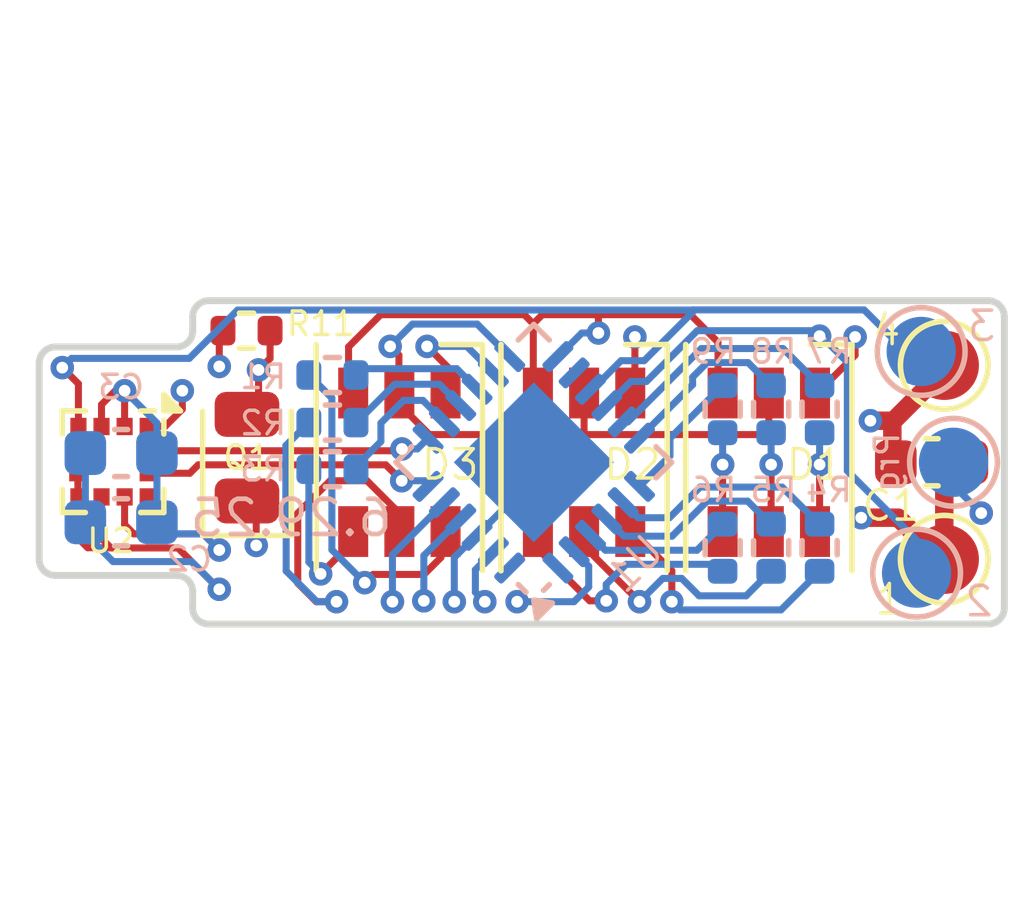
<source format=kicad_pcb>
(kicad_pcb (version 20221018) (generator pcbnew)
  (title_block (date "2024-01-30") (rev "B"))
  (layers (0 "F.Cu" signal "Top") (1 "In1.Cu" signal) (2 "In2.Cu" signal) (31 "B.Cu" signal "Bottom") (34 "B.Paste" user) (35 "F.Paste" user) (36 "B.SilkS" user "B.Silkscreen") (37 "F.SilkS" user "F.Silkscreen") (38 "B.Mask" user) (39 "F.Mask" user) (44 "Edge.Cuts" user))
  (net 0 "")
  (net 1 "GND")
  (net 2 "VDD")
  (net 3 "/LED1B")
  (net 4 "Net-(D1-BA)")
  (net 5 "/LED1R")
  (net 6 "/PWM_G")
  (net 7 "/LED2B")
  (net 8 "Net-(D1-GA)")
  (net 9 "/LED2R")
  (net 10 "/LED3B")
  (net 11 "Net-(D1-RA)")
  (net 12 "/LED3R")
  (net 13 "/SCL")
  (net 14 "/SDA")
  (net 15 "/UPDI")
  (net 16 "/Int2")
  (net 17 "/Int1")
  (net 18 "/LSens")
  (net 19 "/LS_Pwr")
  (net 20 "/LED1G")
  (net 21 "/LED2G")
  (net 22 "/LED3G")
  (net 23 "/PWM_B")
  (net 24 "/PWM_R")
  (net 25 "/TxD")
  (net 26 "Net-(D2-BA)")
  (net 27 "/RxD")
  (net 28 "Net-(D2-GA)")
  (net 29 "Net-(D2-RA)")
  (net 30 "Net-(D3-BA)")
  (net 31 "Net-(D3-GA)")
  (net 32 "Net-(D3-RA)")
  (footprint "Capacitor_SMD:C_0603_1608Metric" (layer "F.Cu") (at 114.125 103.5)
    (fp_text reference "C1" (at -0.88 0.94) (layer "F.SilkS") (effects (font (size 0.635 0.635) (thickness 0.0762))))
    (fp_text value "100n")
    (fp_line (start -0.14058 -0.51) (end 0.14058 -0.51) (stroke (width 0.12)) (layer "F.SilkS"))
    (fp_line (start -0.14058 0.51) (end 0.14058 0.51) (stroke (width 0.12)) (layer "F.SilkS"))
    (pad "1" smd roundrect (at -0.775 0) (size 0.9 0.95) (layers "F.Cu" "F.Paste" "F.Mask") (net 2 "VDD"))
    (pad "2" smd roundrect (at 0.775 0) (size 0.9 0.95) (layers "F.Cu" "F.Paste" "F.Mask") (net 1 "GND"))
  )
  (footprint "ADP_CustomFootprints:LED_RGB_PLCC-6" (layer "F.Cu") (at 110.6 103.5 -90)
    (fp_text reference "D1" (at 0.05 -1 180) (layer "F.SilkS") (effects (font (size 0.635 0.635) (thickness 0.0762))))
    (fp_text value "LED_RGB_reversed")
    (fp_line (start -2.55 -1.8) (end -2.55 -0.9) (stroke (width 0.12)) (layer "F.SilkS"))
    (fp_line (start -2.55 1.8) (end 2.35 1.8) (stroke (width 0.12)) (layer "F.SilkS"))
    (fp_line (start 2.35 -1.8) (end -2.55 -1.8) (stroke (width 0.12)) (layer "F.SilkS"))
    (pad "1" smd rect (at -1.5 -1) (size 0.65 1.1) (layers "F.Cu" "F.Paste" "F.Mask") (net 23 "/PWM_B"))
    (pad "2" smd rect (at -1.5 0) (size 0.65 1.1) (layers "F.Cu" "F.Paste" "F.Mask") (net 6 "/PWM_G"))
    (pad "3" smd rect (at -1.5 1) (size 0.65 1.1) (layers "F.Cu" "F.Paste" "F.Mask") (net 24 "/PWM_R"))
    (pad "4" smd rect (at 1.5 1) (size 0.65 1.1) (layers "F.Cu" "F.Paste" "F.Mask") (net 4 "Net-(D1-BA)"))
    (pad "5" smd rect (at 1.5 0) (size 0.65 1.1) (layers "F.Cu" "F.Paste" "F.Mask") (net 8 "Net-(D1-GA)"))
    (pad "6" smd rect (at 1.5 -1) (size 0.65 1.1) (layers "F.Cu" "F.Paste" "F.Mask") (net 11 "Net-(D1-RA)"))
  )
  (footprint "TestPoint:TestPoint_Pad_D1.5mm" (layer "F.Cu") (at 114.4 101.4)
    (fp_text reference "J1" hide)
    (fp_text value "4" (at -1.25 -0.76) (layer "F.SilkS") (effects (font (size 0.635 0.635) (thickness 0.0762))))
    (fp_circle (center 0 0) (end 0 0.95) (stroke (width 0.12)) (fill none) (layer "F.SilkS"))
    (pad "1" smd circle (at 0 0) (size 1.5 1.5) (layers "F.Cu" "F.Mask") (net 2 "VDD"))
  )
  (footprint "TestPoint:TestPoint_Pad_D1.5mm" (layer "F.Cu") (at 114.4 105.6)
    (fp_text reference "J3" hide)
    (fp_text value "1" (at -1.19 0.87) (layer "F.SilkS") (effects (font (size 0.635 0.635) (thickness 0.0762))))
    (fp_circle (center 0 0) (end 0 0.95) (stroke (width 0.12)) (fill none) (layer "F.SilkS"))
    (pad "1" smd circle (at 0 0) (size 1.5 1.5) (layers "F.Cu" "F.Mask") (net 1 "GND"))
  )
  (footprint "Resistor_SMD:R_0402_1005Metric" (layer "F.Cu") (at 99.29 100.65 180)
    (fp_text reference "R11" (at -1.61 0.15 180) (layer "F.SilkS") (effects (font (size 0.508 0.508) (thickness 0.0762))))
    (fp_text value "10K")
    (fp_line (start -0.153641 -0.38) (end 0.153641 -0.38) (stroke (width 0.12)) (layer "F.SilkS"))
    (fp_line (start -0.153641 0.38) (end 0.153641 0.38) (stroke (width 0.12)) (layer "F.SilkS"))
    (pad "1" smd roundrect (at -0.51 0 180) (size 0.54 0.64) (layers "F.Cu" "F.Paste" "F.Mask") (net 18 "/LSens"))
    (pad "2" smd roundrect (at 0.51 0 180) (size 0.54 0.64) (layers "F.Cu" "F.Paste" "F.Mask") (net 1 "GND"))
  )
  (footprint "ADP_CustomFootprints:LED_RGB_PLCC-6" (layer "F.Cu") (at 102.6 103.5 -90)
    (fp_text reference "D3" (at 0.05 -1.1 -180) (layer "F.SilkS") (effects (font (size 0.635 0.635) (thickness 0.0762))))
    (fp_text value "LED_RGB_reversed")
    (fp_line (start -2.55 -1.8) (end -2.55 -0.9) (stroke (width 0.12)) (layer "F.SilkS"))
    (fp_line (start -2.55 1.8) (end 2.35 1.8) (stroke (width 0.12)) (layer "F.SilkS"))
    (fp_line (start 2.35 -1.8) (end -2.55 -1.8) (stroke (width 0.12)) (layer "F.SilkS"))
    (pad "1" smd rect (at -1.5 -1) (size 0.65 1.1) (layers "F.Cu" "F.Paste" "F.Mask") (net 23 "/PWM_B"))
    (pad "2" smd rect (at -1.5 0) (size 0.65 1.1) (layers "F.Cu" "F.Paste" "F.Mask") (net 6 "/PWM_G"))
    (pad "3" smd rect (at -1.5 1) (size 0.65 1.1) (layers "F.Cu" "F.Paste" "F.Mask") (net 24 "/PWM_R"))
    (pad "4" smd rect (at 1.5 1) (size 0.65 1.1) (layers "F.Cu" "F.Paste" "F.Mask") (net 30 "Net-(D3-BA)"))
    (pad "5" smd rect (at 1.5 0) (size 0.65 1.1) (layers "F.Cu" "F.Paste" "F.Mask") (net 31 "Net-(D3-GA)"))
    (pad "6" smd rect (at 1.5 -1) (size 0.65 1.1) (layers "F.Cu" "F.Paste" "F.Mask") (net 32 "Net-(D3-RA)"))
  )
  (footprint "ADP_CustomFootprints:LED_RGB_PLCC-6" (layer "F.Cu") (at 106.6 103.5 -90)
    (fp_text reference "D2" (at 0.05 -1.05 180) (layer "F.SilkS") (effects (font (size 0.635 0.635) (thickness 0.0762))))
    (fp_text value "LED_RGB_reversed")
    (fp_line (start -2.55 -1.8) (end -2.55 -0.9) (stroke (width 0.12)) (layer "F.SilkS"))
    (fp_line (start -2.55 1.8) (end 2.35 1.8) (stroke (width 0.12)) (layer "F.SilkS"))
    (fp_line (start 2.35 -1.8) (end -2.55 -1.8) (stroke (width 0.12)) (layer "F.SilkS"))
    (pad "1" smd rect (at -1.5 -1) (size 0.65 1.1) (layers "F.Cu" "F.Paste" "F.Mask") (net 23 "/PWM_B"))
    (pad "2" smd rect (at -1.5 0) (size 0.65 1.1) (layers "F.Cu" "F.Paste" "F.Mask") (net 6 "/PWM_G"))
    (pad "3" smd rect (at -1.5 1) (size 0.65 1.1) (layers "F.Cu" "F.Paste" "F.Mask") (net 24 "/PWM_R"))
    (pad "4" smd rect (at 1.5 1) (size 0.65 1.1) (layers "F.Cu" "F.Paste" "F.Mask") (net 26 "Net-(D2-BA)"))
    (pad "5" smd rect (at 1.5 0) (size 0.65 1.1) (layers "F.Cu" "F.Paste" "F.Mask") (net 28 "Net-(D2-GA)"))
    (pad "6" smd rect (at 1.5 -1) (size 0.65 1.1) (layers "F.Cu" "F.Paste" "F.Mask") (net 29 "Net-(D2-RA)"))
  )
  (footprint "Diode_SMD:D_0805_2012Metric" (layer "F.Cu") (at 99.3 103.4 90)
    (fp_text reference "Q1" (at 0 0 180) (layer "F.SilkS") (effects (font (size 0.508 0.508) (thickness 0.0762))))
    (fp_text value "SFH3716-Optoelectronics")
    (fp_line (start -1.685 -0.96) (end -1.685 0.96) (stroke (width 0.12)) (layer "F.SilkS"))
    (fp_line (start -1.685 0.96) (end 1 0.96) (stroke (width 0.12)) (layer "F.SilkS"))
    (fp_line (start 1 -0.96) (end -1.685 -0.96) (stroke (width 0.12)) (layer "F.SilkS"))
    (pad "1" smd roundrect (at -0.9375 0 90) (size 0.975 1.4) (layers "F.Cu" "F.Paste" "F.Mask") (net 19 "/LS_Pwr"))
    (pad "2" smd roundrect (at 0.9375 0 90) (size 0.975 1.4) (layers "F.Cu" "F.Paste" "F.Mask") (net 18 "/LSens"))
  )
  (footprint "Package_LGA:LGA-12_2x2mm_P0.5mm" (layer "F.Cu") (at 96.4 103.4875 -90)
    (fp_text reference "U2" (at 1.7125 0.05) (layer "F.SilkS") (effects (font (size 0.508 0.508) (thickness 0.0762))))
    (fp_text value "LIS2HH12")
    (fp_line (start -1.1 -1.1) (end -1.1 -1.1) (stroke (width 0.12)) (layer "F.SilkS"))
    (fp_line (start -1.1 -0.6) (end -1.1 -0.9) (stroke (width 0.12)) (layer "F.SilkS"))
    (fp_line (start -1.1 0.6) (end -1.1 0.6) (stroke (width 0.12)) (layer "F.SilkS"))
    (fp_line (start -1.1 1.1) (end -1.1 0.6) (stroke (width 0.12)) (layer "F.SilkS"))
    (fp_line (start -0.6 -1.1) (end -0.9 -1.1) (stroke (width 0.12)) (layer "F.SilkS"))
    (fp_line (start -0.6 1.1) (end -1.1 1.1) (stroke (width 0.12)) (layer "F.SilkS"))
    (fp_line (start 0.6 -1.1) (end 1.1 -1.1) (stroke (width 0.12)) (layer "F.SilkS"))
    (fp_line (start 0.6 1.1) (end 0.6 1.1) (stroke (width 0.12)) (layer "F.SilkS"))
    (fp_line (start 1.1 -1.1) (end 1.1 -0.6) (stroke (width 0.12)) (layer "F.SilkS"))
    (fp_line (start 1.1 -0.6) (end 1.1 -0.6) (stroke (width 0.12)) (layer "F.SilkS"))
    (fp_line (start 1.1 0.6) (end 1.1 1.1) (stroke (width 0.12)) (layer "F.SilkS"))
    (fp_line (start 1.1 1.1) (end 0.6 1.1) (stroke (width 0.12)) (layer "F.SilkS"))
    (fp_poly (pts (xy -1.1 -1.1) (xy -1.46 -1.1) (xy -1.1 -1.46) (xy -1.1 -1.1)) (stroke (width 0.12)) (fill solid) (layer "F.SilkS"))
    (pad "1" smd rect (at -0.7625 -0.75 270) (size 0.375 0.35) (layers "F.Cu" "F.Paste" "F.Mask") (net 13 "/SCL"))
    (pad "2" smd rect (at -0.7625 -0.25 270) (size 0.375 0.35) (layers "F.Cu" "F.Paste" "F.Mask") (net 2 "VDD"))
    (pad "3" smd rect (at -0.7625 0.25 270) (size 0.375 0.35) (layers "F.Cu" "F.Paste" "F.Mask") (net 2 "VDD"))
    (pad "4" smd rect (at -0.7625 0.75 270) (size 0.375 0.35) (layers "F.Cu" "F.Paste" "F.Mask") (net 14 "/SDA"))
    (pad "5" smd rect (at -0.25 0.7625) (size 0.375 0.35) (layers "F.Cu" "F.Paste" "F.Mask"))
    (pad "6" smd rect (at 0.25 0.7625) (size 0.375 0.35) (layers "F.Cu" "F.Paste" "F.Mask") (net 1 "GND"))
    (pad "7" smd rect (at 0.7625 0.75 270) (size 0.375 0.35) (layers "F.Cu" "F.Paste" "F.Mask") (net 1 "GND"))
    (pad "8" smd rect (at 0.7625 0.25 270) (size 0.375 0.35) (layers "F.Cu" "F.Paste" "F.Mask") (net 1 "GND"))
    (pad "9" smd rect (at 0.7625 -0.25 270) (size 0.375 0.35) (layers "F.Cu" "F.Paste" "F.Mask") (net 2 "VDD"))
    (pad "10" smd rect (at 0.7625 -0.75 270) (size 0.375 0.35) (layers "F.Cu" "F.Paste" "F.Mask") (net 2 "VDD"))
    (pad "11" smd rect (at 0.25 -0.7625) (size 0.375 0.35) (layers "F.Cu" "F.Paste" "F.Mask") (net 16 "/Int2"))
    (pad "12" smd rect (at -0.25 -0.7625) (size 0.375 0.35) (layers "F.Cu" "F.Paste" "F.Mask") (net 17 "/Int1"))
  )
  (footprint "TestPoint:TestPoint_Pad_D1.5mm" (layer "B.Cu") (at 113.8 105.9)
    (fp_text reference "J2" hide)
    (fp_text value "2" (at 1.35 0.61) (layer "B.SilkS") (effects (font (size 0.635 0.635) (thickness 0.0762)) (justify mirror)))
    (fp_circle (center 0 0) (end 0 -0.95) (stroke (width 0.12)) (fill none) (layer "B.SilkS"))
    (pad "1" smd circle (at 0 0) (size 1.5 1.5) (layers "B.Cu" "B.Mask") (net 13 "/SCL"))
  )
  (footprint "TestPoint:TestPoint_Pad_D1.5mm" (layer "B.Cu") (at 113.9 101.1)
    (fp_text reference "J4" hide)
    (fp_text value "3" (at 1.31 -0.55) (layer "B.SilkS") (effects (font (size 0.635 0.635) (thickness 0.0762)) (justify mirror)))
    (fp_circle (center 0 0) (end 0 -0.95) (stroke (width 0.12)) (fill none) (layer "B.SilkS"))
    (pad "1" smd circle (at 0 0) (size 1.5 1.5) (layers "B.Cu" "B.Mask") (net 14 "/SDA"))
  )
  (footprint "Resistor_SMD:R_0402_1005Metric" (layer "B.Cu") (at 110.65 102.35 -90)
    (fp_text reference "R8" (at -1.25 -0.05 180) (layer "B.SilkS") (effects (font (size 0.508 0.508) (thickness 0.0762)) (justify mirror)))
    (fp_text value "680")
    (fp_line (start -0.153641 -0.38) (end 0.153641 -0.38) (stroke (width 0.12)) (layer "B.SilkS"))
    (fp_line (start -0.153641 0.38) (end 0.153641 0.38) (stroke (width 0.12)) (layer "B.SilkS"))
    (pad "1" smd roundrect (at -0.51 0 270) (size 0.54 0.64) (layers "B.Cu" "B.Paste" "B.Mask") (net 20 "/LED1G"))
    (pad "2" smd roundrect (at 0.51 0 270) (size 0.54 0.64) (layers "B.Cu" "B.Paste" "B.Mask") (net 8 "Net-(D1-GA)"))
  )
  (footprint "Resistor_SMD:R_0402_1005Metric" (layer "B.Cu") (at 111.7 102.35 -90)
    (fp_text reference "R7" (at -1.25 -0.2 180) (layer "B.SilkS") (effects (font (size 0.508 0.508) (thickness 0.0762)) (justify mirror)))
    (fp_text value "100")
    (fp_line (start -0.153641 -0.38) (end 0.153641 -0.38) (stroke (width 0.12)) (layer "B.SilkS"))
    (fp_line (start -0.153641 0.38) (end 0.153641 0.38) (stroke (width 0.12)) (layer "B.SilkS"))
    (pad "1" smd roundrect (at -0.51 0 270) (size 0.54 0.64) (layers "B.Cu" "B.Paste" "B.Mask") (net 3 "/LED1B"))
    (pad "2" smd roundrect (at 0.51 0 270) (size 0.54 0.64) (layers "B.Cu" "B.Paste" "B.Mask") (net 11 "Net-(D1-RA)"))
  )
  (footprint "Resistor_SMD:R_0402_1005Metric" (layer "B.Cu") (at 109.6 102.35 -90)
    (fp_text reference "R9" (at -1.25 0.2 180) (layer "B.SilkS") (effects (font (size 0.508 0.508) (thickness 0.0762)) (justify mirror)))
    (fp_text value "330")
    (fp_line (start -0.153641 -0.38) (end 0.153641 -0.38) (stroke (width 0.12)) (layer "B.SilkS"))
    (fp_line (start -0.153641 0.38) (end 0.153641 0.38) (stroke (width 0.12)) (layer "B.SilkS"))
    (pad "1" smd roundrect (at -0.51 0 270) (size 0.54 0.64) (layers "B.Cu" "B.Paste" "B.Mask") (net 5 "/LED1R"))
    (pad "2" smd roundrect (at 0.51 0 270) (size 0.54 0.64) (layers "B.Cu" "B.Paste" "B.Mask") (net 4 "Net-(D1-BA)"))
  )
  (footprint "Package_DFN_QFN:VQFN-24-1EP_4x4mm_P0.5mm_EP2.45x2.45mm" (layer "B.Cu") (at 105.510742 103.5 45)
    (fp_text reference "U1" (at -0.007596 3.103674 45) (layer "B.SilkS") (effects (font (size 0.635 0.635) (thickness 0.0762)) (justify mirror)))
    (fp_text value "ATTiny3227-M")
    (fp_line (start -2.11 -2.11) (end -2.11 -1.635) (stroke (width 0.12)) (layer "B.SilkS"))
    (fp_line (start -2.11 1.635) (end -2.11 1.87) (stroke (width 0.12)) (layer "B.SilkS"))
    (fp_line (start -1.635 -2.11) (end -2.11 -2.11) (stroke (width 0.12)) (layer "B.SilkS"))
    (fp_line (start -1.635 2.11) (end -1.81 2.11) (stroke (width 0.12)) (layer "B.SilkS"))
    (fp_line (start 1.635 -2.11) (end 2.11 -2.11) (stroke (width 0.12)) (layer "B.SilkS"))
    (fp_line (start 1.635 2.11) (end 2.11 2.11) (stroke (width 0.12)) (layer "B.SilkS"))
    (fp_line (start 2.11 -2.11) (end 2.11 -1.635) (stroke (width 0.12)) (layer "B.SilkS"))
    (fp_line (start 2.11 2.11) (end 2.11 1.635) (stroke (width 0.12)) (layer "B.SilkS"))
    (fp_poly (pts (xy -2.11 2.11) (xy -2.35 2.44) (xy -1.87 2.44) (xy -2.11 2.11)) (stroke (width 0.12)) (fill solid) (layer "B.SilkS"))
    (pad "1" smd roundrect (at -1.9875 1.25 45) (size 0.775 0.25) (layers "B.Cu" "B.Paste" "B.Mask") (net 27 "/RxD"))
    (pad "2" smd roundrect (at -1.9875 0.75 45) (size 0.775 0.25) (layers "B.Cu" "B.Paste" "B.Mask") (net 18 "/LSens"))
    (pad "3" smd roundrect (at -1.9875 0.25 45) (size 0.775 0.25) (layers "B.Cu" "B.Paste" "B.Mask") (net 1 "GND"))
    (pad "4" smd roundrect (at -1.9875 -0.25 45) (size 0.775 0.25) (layers "B.Cu" "B.Paste" "B.Mask") (net 2 "VDD"))
    (pad "5" smd roundrect (at -1.9875 -0.75 45) (size 0.775 0.25) (layers "B.Cu" "B.Paste" "B.Mask") (net 19 "/LS_Pwr"))
    (pad "6" smd roundrect (at -1.9875 -1.25 45) (size 0.775 0.25) (layers "B.Cu" "B.Paste" "B.Mask") (net 16 "/Int2"))
    (pad "7" smd roundrect (at -1.25 -1.9875 45) (size 0.25 0.775) (layers "B.Cu" "B.Paste" "B.Mask") (net 17 "/Int1"))
    (pad "8" smd roundrect (at -0.75 -1.9875 45) (size 0.25 0.775) (layers "B.Cu" "B.Paste" "B.Mask") (net 12 "/LED3R"))
    (pad "9" smd roundrect (at -0.25 -1.9875 45) (size 0.25 0.775) (layers "B.Cu" "B.Paste" "B.Mask") (net 22 "/LED3G"))
    (pad "10" smd roundrect (at 0.25 -1.9875 45) (size 0.25 0.775) (layers "B.Cu" "B.Paste" "B.Mask") (net 10 "/LED3B"))
    (pad "11" smd roundrect (at 0.75 -1.9875 45) (size 0.25 0.775) (layers "B.Cu" "B.Paste" "B.Mask") (net 23 "/PWM_B"))
    (pad "12" smd roundrect (at 1.25 -1.9875 45) (size 0.25 0.775) (layers "B.Cu" "B.Paste" "B.Mask") (net 6 "/PWM_G"))
    (pad "13" smd roundrect (at 1.9875 -1.25 45) (size 0.775 0.25) (layers "B.Cu" "B.Paste" "B.Mask") (net 24 "/PWM_R"))
    (pad "14" smd roundrect (at 1.9875 -0.75 45) (size 0.775 0.25) (layers "B.Cu" "B.Paste" "B.Mask"))
    (pad "15" smd roundrect (at 1.9875 -0.25 45) (size 0.775 0.25) (layers "B.Cu" "B.Paste" "B.Mask") (net 14 "/SDA"))
    (pad "16" smd roundrect (at 1.9875 0.25 45) (size 0.775 0.25) (layers "B.Cu" "B.Paste" "B.Mask") (net 13 "/SCL"))
    (pad "17" smd roundrect (at 1.9875 0.75 45) (size 0.775 0.25) (layers "B.Cu" "B.Paste" "B.Mask") (net 3 "/LED1B"))
    (pad "18" smd roundrect (at 1.9875 1.25 45) (size 0.775 0.25) (layers "B.Cu" "B.Paste" "B.Mask") (net 20 "/LED1G"))
    (pad "19" smd roundrect (at 1.25 1.9875 45) (size 0.25 0.775) (layers "B.Cu" "B.Paste" "B.Mask") (net 5 "/LED1R"))
    (pad "20" smd roundrect (at 0.75 1.9875 45) (size 0.25 0.775) (layers "B.Cu" "B.Paste" "B.Mask") (net 7 "/LED2B"))
    (pad "21" smd roundrect (at 0.25 1.9875 45) (size 0.25 0.775) (layers "B.Cu" "B.Paste" "B.Mask") (net 21 "/LED2G"))
    (pad "22" smd roundrect (at -0.25 1.9875 45) (size 0.25 0.775) (layers "B.Cu" "B.Paste" "B.Mask") (net 9 "/LED2R"))
    (pad "23" smd roundrect (at -0.75 1.9875 45) (size 0.25 0.775) (layers "B.Cu" "B.Paste" "B.Mask") (net 15 "/UPDI"))
    (pad "24" smd roundrect (at -1.25 1.9875 45) (size 0.25 0.775) (layers "B.Cu" "B.Paste" "B.Mask") (net 25 "/TxD"))
    (pad "25" smd rect (at 0 0 45) (size 2.45 2.45) (property pad_prop_heatsink) (layers "B.Cu" "B.Mask") (net 1 "GND"))
  )
  (footprint "Resistor_SMD:R_0402_1005Metric" (layer "B.Cu") (at 101.15 101.61 180)
    (fp_text reference "R1" (at 1.5 -0.04) (layer "B.SilkS") (effects (font (size 0.508 0.508) (thickness 0.0762)) (justify mirror)))
    (fp_text value "100")
    (fp_line (start -0.153641 -0.38) (end 0.153641 -0.38) (stroke (width 0.12)) (layer "B.SilkS"))
    (fp_line (start -0.153641 0.38) (end 0.153641 0.38) (stroke (width 0.12)) (layer "B.SilkS"))
    (pad "1" smd roundrect (at -0.51 0 180) (size 0.54 0.64) (layers "B.Cu" "B.Paste" "B.Mask") (net 10 "/LED3B"))
    (pad "2" smd roundrect (at 0.51 0 180) (size 0.54 0.64) (layers "B.Cu" "B.Paste" "B.Mask") (net 32 "Net-(D3-RA)"))
  )
  (footprint "Resistor_SMD:R_0402_1005Metric" (layer "B.Cu") (at 101.15 102.64 180)
    (fp_text reference "R2" (at 1.5 -0.01) (layer "B.SilkS") (effects (font (size 0.508 0.508) (thickness 0.0762)) (justify mirror)))
    (fp_text value "680")
    (fp_line (start -0.153641 -0.38) (end 0.153641 -0.38) (stroke (width 0.12)) (layer "B.SilkS"))
    (fp_line (start -0.153641 0.38) (end 0.153641 0.38) (stroke (width 0.12)) (layer "B.SilkS"))
    (pad "1" smd roundrect (at -0.51 0 180) (size 0.54 0.64) (layers "B.Cu" "B.Paste" "B.Mask") (net 22 "/LED3G"))
    (pad "2" smd roundrect (at 0.51 0 180) (size 0.54 0.64) (layers "B.Cu" "B.Paste" "B.Mask") (net 31 "Net-(D3-GA)"))
  )
  (footprint "Resistor_SMD:R_0402_1005Metric" (layer "B.Cu") (at 101.15 103.65 180)
    (fp_text reference "R3" (at 1.5 0) (layer "B.SilkS") (effects (font (size 0.508 0.508) (thickness 0.0762)) (justify mirror)))
    (fp_text value "330")
    (fp_line (start -0.153641 -0.38) (end 0.153641 -0.38) (stroke (width 0.12)) (layer "B.SilkS"))
    (fp_line (start -0.153641 0.38) (end 0.153641 0.38) (stroke (width 0.12)) (layer "B.SilkS"))
    (pad "1" smd roundrect (at -0.51 0 180) (size 0.54 0.64) (layers "B.Cu" "B.Paste" "B.Mask") (net 12 "/LED3R"))
    (pad "2" smd roundrect (at 0.51 0 180) (size 0.54 0.64) (layers "B.Cu" "B.Paste" "B.Mask") (net 30 "Net-(D3-BA)"))
  )
  (footprint "Resistor_SMD:R_0402_1005Metric" (layer "B.Cu") (at 111.7 105.35 -90)
    (fp_text reference "R4" (at -1.25 -0.2 180) (layer "B.SilkS") (effects (font (size 0.508 0.508) (thickness 0.0762)) (justify mirror)))
    (fp_text value "100")
    (fp_line (start -0.153641 -0.38) (end 0.153641 -0.38) (stroke (width 0.12)) (layer "B.SilkS"))
    (fp_line (start -0.153641 0.38) (end 0.153641 0.38) (stroke (width 0.12)) (layer "B.SilkS"))
    (pad "1" smd roundrect (at -0.51 0 270) (size 0.54 0.64) (layers "B.Cu" "B.Paste" "B.Mask") (net 7 "/LED2B"))
    (pad "2" smd roundrect (at 0.51 0 270) (size 0.54 0.64) (layers "B.Cu" "B.Paste" "B.Mask") (net 29 "Net-(D2-RA)"))
  )
  (footprint "Resistor_SMD:R_0402_1005Metric" (layer "B.Cu") (at 110.65 105.35 -90)
    (fp_text reference "R5" (at -1.25 -0.05 180) (layer "B.SilkS") (effects (font (size 0.508 0.508) (thickness 0.0762)) (justify mirror)))
    (fp_text value "680")
    (fp_line (start -0.153641 -0.38) (end 0.153641 -0.38) (stroke (width 0.12)) (layer "B.SilkS"))
    (fp_line (start -0.153641 0.38) (end 0.153641 0.38) (stroke (width 0.12)) (layer "B.SilkS"))
    (pad "1" smd roundrect (at -0.51 0 270) (size 0.54 0.64) (layers "B.Cu" "B.Paste" "B.Mask") (net 21 "/LED2G"))
    (pad "2" smd roundrect (at 0.51 0 270) (size 0.54 0.64) (layers "B.Cu" "B.Paste" "B.Mask") (net 28 "Net-(D2-GA)"))
  )
  (footprint "Resistor_SMD:R_0402_1005Metric" (layer "B.Cu") (at 109.6 105.35 -90)
    (fp_text reference "R6" (at -1.25 0.2 180) (layer "B.SilkS") (effects (font (size 0.508 0.508) (thickness 0.0762)) (justify mirror)))
    (fp_text value "330")
    (fp_line (start -0.153641 -0.38) (end 0.153641 -0.38) (stroke (width 0.12)) (layer "B.SilkS"))
    (fp_line (start -0.153641 0.38) (end 0.153641 0.38) (stroke (width 0.12)) (layer "B.SilkS"))
    (pad "1" smd roundrect (at -0.51 0 270) (size 0.54 0.64) (layers "B.Cu" "B.Paste" "B.Mask") (net 9 "/LED2R"))
    (pad "2" smd roundrect (at 0.51 0 270) (size 0.54 0.64) (layers "B.Cu" "B.Paste" "B.Mask") (net 26 "Net-(D2-BA)"))
  )
  (footprint "TestPoint:TestPoint_Pad_D1.5mm" (layer "B.Cu") (at 114.6 103.5)
    (fp_text reference "J6" hide)
    (fp_text value "Prg" (at -1.44 0 90) (layer "B.SilkS") (effects (font (size 0.508 0.508) (thickness 0.0762)) (justify mirror)))
    (fp_circle (center 0 0) (end 0 -0.95) (stroke (width 0.12)) (fill none) (layer "B.SilkS"))
    (pad "1" smd circle (at 0 0) (size 1.5 1.5) (layers "B.Cu" "B.Mask") (net 15 "/UPDI"))
  )
  (footprint "Capacitor_SMD:C_0603_1608Metric" (layer "B.Cu") (at 96.575 103.3 180)
    (fp_text reference "C3" (at 0 1.43) (layer "B.SilkS") (effects (font (size 0.508 0.508) (thickness 0.0762)) (justify mirror)))
    (fp_text value "4.7u")
    (fp_line (start -0.14058 -0.51) (end 0.14058 -0.51) (stroke (width 0.12)) (layer "B.SilkS"))
    (fp_line (start -0.14058 0.51) (end 0.14058 0.51) (stroke (width 0.12)) (layer "B.SilkS"))
    (pad "1" smd roundrect (at -0.775 0 180) (size 0.9 0.95) (layers "B.Cu" "B.Paste" "B.Mask") (net 2 "VDD"))
    (pad "2" smd roundrect (at 0.775 0 180) (size 0.9 0.95) (layers "B.Cu" "B.Paste" "B.Mask") (net 1 "GND"))
  )
  (footprint "Capacitor_SMD:C_0603_1608Metric" (layer "B.Cu") (at 96.575 104.8 180)
    (fp_text reference "C2" (at -1.475 -0.8) (layer "B.SilkS") (effects (font (size 0.508 0.508) (thickness 0.0762)) (justify mirror)))
    (fp_text value "100n")
    (fp_line (start -0.14058 -0.51) (end 0.14058 -0.51) (stroke (width 0.12)) (layer "B.SilkS"))
    (fp_line (start -0.14058 0.51) (end 0.14058 0.51) (stroke (width 0.12)) (layer "B.SilkS"))
    (pad "1" smd roundrect (at -0.775 0 180) (size 0.9 0.95) (layers "B.Cu" "B.Paste" "B.Mask") (net 2 "VDD"))
    (pad "2" smd roundrect (at 0.775 0 180) (size 0.9 0.95) (layers "B.Cu" "B.Paste" "B.Mask") (net 1 "GND"))
  )
  (gr_line (start 115.7 106.652513) (end 115.7 100.35) (stroke (width 0.15)) (layer "Edge.Cuts"))
  (gr_line (start 115.35 100) (end 98.475 100) (stroke (width 0.15)) (layer "Edge.Cuts"))
  (gr_line (start 98.472487 107.002513) (end 115.35 107.002513) (stroke (width 0.15)) (layer "Edge.Cuts"))
  (gr_line (start 98.125 100.35) (end 98.125 100.652513) (stroke (width 0.15)) (layer "Edge.Cuts"))
  (gr_line (start 95.15 105.95) (end 97.775 105.95) (stroke (width 0.15)) (layer "Edge.Cuts"))
  (gr_line (start 94.8 101.352513) (end 94.8 105.6) (stroke (width 0.15)) (layer "Edge.Cuts"))
  (gr_arc (start 98.125 100.35) (mid 98.227513 100.102513) (end 98.475 100) (stroke (width 0.15)) (layer "Edge.Cuts"))
  (gr_arc (start 95.15 105.95) (mid 94.902513 105.847487) (end 94.8 105.6) (stroke (width 0.15)) (layer "Edge.Cuts"))
  (gr_arc (start 115.35 100) (mid 115.597487 100.102513) (end 115.7 100.35) (stroke (width 0.15)) (layer "Edge.Cuts"))
  (gr_arc (start 98.125 100.652513) (mid 98.022487 100.9) (end 97.775 101.002513) (stroke (width 0.15)) (layer "Edge.Cuts"))
  (gr_line (start 98.122487 106.652513) (end 98.125 106.3) (stroke (width 0.15)) (layer "Edge.Cuts"))
  (gr_arc (start 94.8 101.352513) (mid 94.902513 101.105026) (end 95.15 101.002513) (stroke (width 0.15)) (layer "Edge.Cuts"))
  (gr_line (start 97.775 101.002513) (end 95.15 101.002513) (stroke (width 0.15)) (layer "Edge.Cuts"))
  (gr_arc (start 115.7 106.652513) (mid 115.597487 106.9) (end 115.35 107.002513) (stroke (width 0.15)) (layer "Edge.Cuts"))
  (gr_arc (start 97.775 105.95) (mid 98.022487 106.052513) (end 98.125 106.3) (stroke (width 0.15)) (layer "Edge.Cuts"))
  (gr_arc (start 98.472487 107.002513) (mid 98.225 106.9) (end 98.122487 106.652513) (stroke (width 0.15)) (layer "Edge.Cuts"))
  (gr_text "6.29.25" (at 102.5 105.15) (layer "B.SilkS") (effects (font (size 0.762 0.762) (thickness 0.1016)) (justify left bottom mirror)))
  (segment (start 96.3548 105.3548) (end 96.15 105.15) (width 0.1524) (layer "F.Cu") (net 1))
  (segment (start 113.4 104.7) (end 112.600002 104.7) (width 0.4) (layer "F.Cu") (net 1))
  (segment (start 114.4 105.6) (end 114.4 103.94) (width 0.4) (layer "F.Cu") (net 1))
  (segment (start 95.65 105.15) (end 95.85 105.35) (width 0.1524) (layer "F.Cu") (net 1))
  (segment (start 95.6375 104.2375) (end 95.65 104.25) (width 0.1524) (layer "F.Cu") (net 1))
  (segment (start 95.6375 103.7375) (end 95.6375 104.2375) (width 0.1524) (layer "F.Cu") (net 1))
  (segment (start 98.7 101.425) (end 98.7 100.65) (width 0.1524) (layer "F.Cu") (net 1))
  (segment (start 114.2 105.5) (end 113.4 104.7) (width 0.4) (layer "F.Cu") (net 1))
  (segment (start 114.5 105.2) (end 114.2 105.5) (width 0.4) (layer "F.Cu") (net 1))
  (segment (start 95.85 105.35) (end 96.35 105.35) (width 0.1524) (layer "F.Cu") (net 1))
  (segment (start 98.7 106.25) (end 97.8048 105.3548) (width 0.1524) (layer "F.Cu") (net 1))
  (segment (start 97.8048 105.3548) (end 96.3548 105.3548) (width 0.1524) (layer "F.Cu") (net 1))
  (segment (start 96.35 105.35) (end 96.3548 105.3548) (width 0.1524) (layer "F.Cu") (net 1))
  (segment (start 114.925 103.5) (end 114.8 103.5) (width 0.4) (layer "F.Cu") (net 1))
  (segment (start 96.15 105.15) (end 96.15 104.25) (width 0.1524) (layer "F.Cu") (net 1))
  (segment (start 114.4 103.94) (end 114.9 103.44) (width 0.4) (layer "F.Cu") (net 1))
  (segment (start 95.65 104.25) (end 95.65 105.15) (width 0.1524) (layer "F.Cu") (net 1))
  (via (at 98.7 101.425) (size 0.508) (drill 0.254) (layers "F.Cu" "B.Cu") (net 1))
  (via (at 112.600002 104.7) (size 0.508) (drill 0.254) (layers "F.Cu" "B.Cu") (net 1))
  (via (at 98.7 106.25) (size 0.508) (drill 0.254) (layers "F.Cu" "B.Cu") (net 1))
  (via (at 103.789589 106.518588) (size 0.508) (drill 0.254) (layers "F.Cu" "B.Cu") (net 1))
  (segment (start 95.8 105.05) (end 95.8 103.5) (width 0.1524) (layer "B.Cu") (net 1))
  (segment (start 96.4 105.65) (end 95.8 105.05) (width 0.1524) (layer "B.Cu") (net 1))
  (segment (start 104.282144 105.082151) (end 104.267849 105.082151) (width 0.1524) (layer "B.Cu") (net 1))
  (segment (start 98.1 105.65) (end 96.4 105.65) (width 0.1524) (layer "B.Cu") (net 1))
  (segment (start 98.7 106.25) (end 98.1 105.65) (width 0.1524) (layer "B.Cu") (net 1))
  (segment (start 104.267849 105.082151) (end 103.789589 105.560411) (width 0.1524) (layer "B.Cu") (net 1))
  (segment (start 104.282144 105.082151) (end 105.464295 103.9) (width 0.1524) (layer "B.Cu") (net 1))
  (segment (start 103.789589 105.560411) (end 103.789589 106.518588) (width 0.1524) (layer "B.Cu") (net 1))
  (segment (start 113.3 102.6) (end 112.800036 102.6) (width 0.4) (layer "F.Cu") (net 2))
  (segment (start 98.7 105.4) (end 98.35 105.05) (width 0.1524) (layer "F.Cu") (net 2))
  (segment (start 98.85 105.4) (end 98.7 105.4) (width 0.1524) (layer "F.Cu") (net 2))
  (segment (start 96.85 105.05) (end 97.35 105.05) (width 0.1524) (layer "F.Cu") (net 2))
  (segment (start 96.65 104.85) (end 96.85 105.05) (width 0.1524) (layer "F.Cu") (net 2))
  (segment (start 113.3 102.6) (end 114.2 101.7) (width 0.4) (layer "F.Cu") (net 2))
  (segment (start 96.65 104.25) (end 96.65 104.85) (width 0.1524) (layer "F.Cu") (net 2))
  (segment (start 97.15 104.85) (end 97.15 104.25) (width 0.1524) (layer "F.Cu") (net 2))
  (segment (start 97.35 105.05) (end 97.15 104.85) (width 0.1524) (layer "F.Cu") (net 2))
  (segment (start 113.275 102.625) (end 113.3 102.6) (width 0.1524) (layer "F.Cu") (net 2))
  (segment (start 96.15 102.25) (end 96.45 101.95) (width 0.1524) (layer "F.Cu") (net 2))
  (segment (start 98.35 105.05) (end 97.35 105.05) (width 0.1524) (layer "F.Cu") (net 2))
  (segment (start 96.15 102.725) (end 96.15 102.25) (width 0.1524) (layer "F.Cu") (net 2))
  (segment (start 96.45 101.95) (end 96.65 101.95) (width 0.1524) (layer "F.Cu") (net 2))
  (segment (start 96.65 102.725) (end 96.65 101.95) (width 0.1524) (layer "F.Cu") (net 2))
  (segment (start 113.275 103.5) (end 113.275 102.625) (width 0.4) (layer "F.Cu") (net 2))
  (via (at 98.7 105.4) (size 0.508) (drill 0.254) (layers "F.Cu" "B.Cu") (net 2))
  (via (at 112.800036 102.6) (size 0.508) (drill 0.254) (layers "F.Cu" "B.Cu") (net 2))
  (via (at 96.65 101.95) (size 0.508) (drill 0.254) (layers "F.Cu" "B.Cu") (net 2))
  (via (at 103.129447 106.499711) (size 0.508) (drill 0.254) (layers "F.Cu" "B.Cu") (net 2))
  (segment (start 98.35 105.05) (end 97.35 105.05) (width 0.1524) (layer "B.Cu") (net 2))
  (segment (start 103.129447 106.140501) (end 103.129447 106.499711) (width 0.1524) (layer "B.Cu") (net 2))
  (segment (start 97.35 105.05) (end 97.35 102.65) (width 0.1524) (layer "B.Cu") (net 2))
  (segment (start 98.7 105.4) (end 98.35 105.05) (width 0.1524) (layer "B.Cu") (net 2))
  (segment (start 103.129447 105.520553) (end 103.129447 106.140501) (width 0.1524) (layer "B.Cu") (net 2))
  (segment (start 97.35 102.65) (end 96.65 101.95) (width 0.1524) (layer "B.Cu") (net 2))
  (segment (start 104 104.65) (end 103.129447 105.520553) (width 0.1524) (layer "B.Cu") (net 2))
  (segment (start 107.446447 102.624955) (end 107.549755 102.624955) (width 0.1524) (layer "B.Cu") (net 3))
  (segment (start 109.13813 101.03658) (end 110.90658 101.03658) (width 0.1524) (layer "B.Cu") (net 3))
  (segment (start 107.549755 102.624955) (end 109.13813 101.03658) (width 0.1524) (layer "B.Cu") (net 3))
  (segment (start 110.90658 101.03658) (end 111.71 101.84) (width 0.1524) (layer "B.Cu") (net 3))
  (segment (start 109.6 103.55) (end 109.6 105) (width 0.1524) (layer "F.Cu") (net 4))
  (via (at 109.6 103.55) (size 0.508) (drill 0.254) (layers "F.Cu" "B.Cu") (net 4))
  (segment (start 109.6 103.55) (end 109.6 102.8) (width 0.1524) (layer "B.Cu") (net 4))
  (segment (start 109.6 101.84) (end 108.46 102.98) (width 0.1524) (layer "B.Cu") (net 5))
  (segment (start 108.46 102.98) (end 108.46 103.36) (width 0.1524) (layer "B.Cu") (net 5))
  (segment (start 108.46 103.36) (end 107.8 104.02) (width 0.1524) (layer "B.Cu") (net 5))
  (segment (start 102.6 101.95) (end 102.6 102.25) (width 0.1524) (layer "F.Cu") (net 6))
  (segment (start 102.4 100.990499) (end 102.59 101.180499) (width 0.1524) (layer "F.Cu") (net 6))
  (segment (start 102.59 101.180499) (end 102.59 101.94) (width 0.1524) (layer "F.Cu") (net 6))
  (segment (start 102.6 102.25) (end 103.25 102.9) (width 0.1524) (layer "F.Cu") (net 6))
  (segment (start 110.6 102.8) (end 110.6 102) (width 0.1524) (layer "F.Cu") (net 6))
  (segment (start 106.58 102.9) (end 110.5 102.9) (width 0.1524) (layer "F.Cu") (net 6))
  (segment (start 106.6 101.95) (end 106.6 102.88) (width 0.1524) (layer "F.Cu") (net 6))
  (segment (start 103.25 102.9) (end 106.58 102.9) (width 0.1524) (layer "F.Cu") (net 6))
  (segment (start 110.5 102.9) (end 110.6 102.8) (width 0.1524) (layer "F.Cu") (net 6))
  (segment (start 106.6 102.88) (end 106.58 102.9) (width 0.1524) (layer "F.Cu") (net 6))
  (via (at 102.4 100.990499) (size 0.508) (drill 0.254) (layers "F.Cu" "B.Cu") (net 6))
  (segment (start 104.285906 100.507397) (end 104.989251 101.210742) (width 0.1524) (layer "B.Cu") (net 6))
  (segment (start 102.883102 100.507397) (end 104.285906 100.507397) (width 0.1524) (layer "B.Cu") (net 6))
  (segment (start 102.4 100.990499) (end 102.883102 100.507397) (width 0.1524) (layer "B.Cu") (net 6))
  (segment (start 109.11342 104.03658) (end 110.88658 104.03658) (width 0.1524) (layer "B.Cu") (net 7))
  (segment (start 108.45 104.7) (end 109.11342 104.03658) (width 0.1524) (layer "B.Cu") (net 7))
  (segment (start 107.771402 104.7) (end 108.45 104.7) (width 0.1524) (layer "B.Cu") (net 7))
  (segment (start 107.446447 104.375045) (end 107.771402 104.7) (width 0.1524) (layer "B.Cu") (net 7))
  (segment (start 110.88658 104.03658) (end 111.7 104.85) (width 0.1524) (layer "B.Cu") (net 7))
  (segment (start 110.65 103.55) (end 110.65 105) (width 0.1524) (layer "F.Cu") (net 8))
  (via (at 110.65 103.55) (size 0.508) (drill 0.254) (layers "F.Cu" "B.Cu") (net 8))
  (segment (start 110.65 103.55) (end 110.65 102.85) (width 0.1524) (layer "B.Cu") (net 8))
  (segment (start 109.045189 105.404811) (end 109.6 104.85) (width 0.1524) (layer "B.Cu") (net 9))
  (segment (start 106.73934 105.082151) (end 107.062 105.404811) (width 0.1524) (layer "B.Cu") (net 9))
  (segment (start 107.062 105.404811) (end 109.045189 105.404811) (width 0.1524) (layer "B.Cu") (net 9))
  (segment (start 104.282144 101.917849) (end 104.282144 101.912144) (width 0.1524) (layer "B.Cu") (net 10))
  (segment (start 103.842599 101.472599) (end 101.727401 101.472599) (width 0.1524) (layer "B.Cu") (net 10))
  (segment (start 104.282144 101.912144) (end 103.842599 101.472599) (width 0.1524) (layer "B.Cu") (net 10))
  (segment (start 111.7 103.55) (end 111.7 105.05) (width 0.1524) (layer "F.Cu") (net 11))
  (via (at 111.7 103.55) (size 0.508) (drill 0.254) (layers "F.Cu" "B.Cu") (net 11))
  (segment (start 111.7 103.55) (end 111.7 102.85) (width 0.1524) (layer "B.Cu") (net 11))
  (segment (start 102.69 102.16) (end 102.2 102.65) (width 0.1524) (layer "B.Cu") (net 12))
  (segment (start 102.2 103.05) (end 101.65 103.6) (width 0.1524) (layer "B.Cu") (net 12))
  (segment (start 103.575037 102.624955) (end 103.574955 102.624955) (width 0.1524) (layer "B.Cu") (net 12))
  (segment (start 103.11 102.16) (end 102.69 102.16) (width 0.1524) (layer "B.Cu") (net 12))
  (segment (start 102.2 102.65) (end 102.2 103.05) (width 0.1524) (layer "B.Cu") (net 12))
  (segment (start 103.574955 102.624955) (end 103.11 102.16) (width 0.1524) (layer "B.Cu") (net 12))
  (segment (start 97.525 102.725) (end 97.9 102.35) (width 0.1524) (layer "F.Cu") (net 13))
  (segment (start 97.15 102.725) (end 97.525 102.725) (width 0.1524) (layer "F.Cu") (net 13))
  (segment (start 97.9 102.35) (end 97.9 101.95) (width 0.1524) (layer "F.Cu") (net 13))
  (via (at 97.9 101.95) (size 0.508) (drill 0.254) (layers "F.Cu" "B.Cu") (net 13))
  (via (at 111.7 100.7674) (size 0.508) (drill 0.254) (layers "F.Cu" "B.Cu") (net 13))
  (segment (start 107.95 101.75) (end 109.05 100.65) (width 0.1524) (layer "B.Cu") (net 13))
  (segment (start 112.3 101.33195) (end 112.3 103.685748) (width 0.1524) (layer "B.Cu") (net 13))
  (segment (start 107.614295 101.75) (end 107.95 101.75) (width 0.1524) (layer "B.Cu") (net 13))
  (segment (start 113.8 105.185748) (end 113.8 105.7) (width 0.1524) (layer "B.Cu") (net 13))
  (segment (start 109.05 100.65) (end 111.61805 100.65) (width 0.1524) (layer "B.Cu") (net 13))
  (segment (start 107.092893 102.271402) (end 107.614295 101.75) (width 0.1524) (layer "B.Cu") (net 13))
  (segment (start 111.61805 100.65) (end 112.3 101.33195) (width 0.1524) (layer "B.Cu") (net 13))
  (segment (start 112.3 103.685748) (end 113.8 105.185748) (width 0.1524) (layer "B.Cu") (net 13))
  (segment (start 95.65 101.8) (end 95.65 102.725) (width 0.1524) (layer "F.Cu") (net 14))
  (segment (start 95.3 101.45) (end 95.65 101.8) (width 0.1524) (layer "F.Cu") (net 14))
  (via (at 95.3 101.45) (size 0.508) (drill 0.254) (layers "F.Cu" "B.Cu") (net 14))
  (segment (start 108.95 100.25) (end 108.95 100.2) (width 0.1524) (layer "B.Cu") (net 14))
  (segment (start 112.665202 100.2) (end 113.865202 101.4) (width 0.1524) (layer "B.Cu") (net 14))
  (segment (start 98.05 101.25) (end 99.097403 100.202597) (width 0.1524) (layer "B.Cu") (net 14))
  (segment (start 99.097403 100.202597) (end 108.947403 100.202597) (width 0.1524) (layer "B.Cu") (net 14))
  (segment (start 108.94639 100.20361) (end 108.95 100.2) (width 0.1524) (layer "B.Cu") (net 14))
  (segment (start 108.95 100.2) (end 112.665202 100.2) (width 0.1524) (layer "B.Cu") (net 14))
  (segment (start 106.782151 101.917849) (end 107.4 101.3) (width 0.1524) (layer "B.Cu") (net 14))
  (segment (start 95.5 101.25) (end 98.05 101.25) (width 0.1524) (layer "B.Cu") (net 14))
  (segment (start 106.73934 101.917849) (end 106.782151 101.917849) (width 0.1524) (layer "B.Cu") (net 14))
  (segment (start 95.3 101.45) (end 95.5 101.25) (width 0.1524) (layer "B.Cu") (net 14))
  (segment (start 107.9 101.3) (end 108.95 100.25) (width 0.1524) (layer "B.Cu") (net 14))
  (segment (start 107.4 101.3) (end 107.9 101.3) (width 0.1524) (layer "B.Cu") (net 14))
  (via (at 115.2 104.6) (size 0.508) (drill 0.254) (layers "F.Cu" "B.Cu") (net 15))
  (via (at 105.15 106.51859) (size 0.508) (drill 0.254) (layers "F.Cu" "B.Cu") (net 15))
  (segment (start 115.2 104.6) (end 114.6 104) (width 0.1524) (layer "B.Cu") (net 15))
  (segment (start 106.38141 106.51859) (end 106.7 106.2) (width 0.1524) (layer "B.Cu") (net 15))
  (segment (start 106.7 106.2) (end 106.7 105.749918) (width 0.1524) (layer "B.Cu") (net 15))
  (segment (start 105.15 106.51859) (end 106.38141 106.51859) (width 0.1524) (layer "B.Cu") (net 15))
  (segment (start 106.7 105.749918) (end 106.385787 105.435705) (width 0.1524) (layer "B.Cu") (net 15))
  (segment (start 102.65 103.9) (end 102.3048 103.5548) (width 0.1524) (layer "F.Cu") (net 16))
  (segment (start 102.3048 103.5548) (end 98.2452 103.5548) (width 0.1524) (layer "F.Cu") (net 16))
  (segment (start 98.2452 103.5548) (end 98.0625 103.7375) (width 0.1524) (layer "F.Cu") (net 16))
  (segment (start 98.0625 103.7375) (end 97.1625 103.7375) (width 0.1524) (layer "F.Cu") (net 16))
  (via (at 102.65 103.9) (size 0.508) (drill 0.254) (layers "F.Cu" "B.Cu") (net 16))
  (segment (start 103.15 103.9) (end 103.25 104) (width 0.1524) (layer "B.Cu") (net 16))
  (segment (start 102.65 103.9) (end 103.15 103.9) (width 0.1524) (layer "B.Cu") (net 16))
  (segment (start 102.615934 103.25) (end 97.175 103.25) (width 0.1524) (layer "F.Cu") (net 17))
  (segment (start 97.175 103.25) (end 97.1625 103.2375) (width 0.1524) (layer "F.Cu") (net 17))
  (segment (start 102.654963 103.210971) (end 102.615934 103.25) (width 0.1524) (layer "F.Cu") (net 17))
  (via (at 102.654963 103.210971) (size 0.508) (drill 0.254) (layers "F.Cu" "B.Cu") (net 17))
  (segment (start 102.989029 103.210971) (end 103.2 103) (width 0.1524) (layer "B.Cu") (net 17))
  (segment (start 102.654963 103.210971) (end 102.989029 103.210971) (width 0.1524) (layer "B.Cu") (net 17))
  (segment (start 99.55 101.5) (end 99.55 102.05) (width 0.1524) (layer "F.Cu") (net 18))
  (segment (start 99.55 101.5) (end 99.8 101.25) (width 0.1524) (layer "F.Cu") (net 18))
  (segment (start 99.8 101.25) (end 99.8 100.7) (width 0.1524) (layer "F.Cu") (net 18))
  (via (at 104.45 106.51858) (size 0.508) (drill 0.254) (layers "F.Cu" "B.Cu") (net 18))
  (via (at 99.55 101.5) (size 0.508) (drill 0.254) (layers "F.Cu" "B.Cu") (net 18))
  (segment (start 104.246001 106.314581) (end 104.45 106.51858) (width 0.1524) (layer "B.Cu") (net 18))
  (segment (start 104.246001 105.825401) (end 104.246001 106.314581) (width 0.1524) (layer "B.Cu") (net 18))
  (segment (start 104.635697 105.435705) (end 104.246001 105.825401) (width 0.1524) (layer "B.Cu") (net 18))
  (segment (start 99.45 104.5) (end 99.5 104.55) (width 0.1524) (layer "F.Cu") (net 19))
  (segment (start 99.5 104.55) (end 99.5 105.3) (width 0.1524) (layer "F.Cu") (net 19))
  (via (at 99.5 105.3) (size 0.508) (drill 0.254) (layers "F.Cu" "B.Cu") (net 19))
  (via (at 102.45 106.51859) (size 0.508) (drill 0.254) (layers "F.Cu" "B.Cu") (net 19))
  (segment (start 102.45 105.5) (end 102.45 106.51859) (width 0.1524) (layer "B.Cu") (net 19))
  (segment (start 103.6 104.35) (end 102.45 105.5) (width 0.1524) (layer "B.Cu") (net 19))
  (segment (start 110.65 101.84) (end 110.15139 101.34139) (width 0.1524) (layer "B.Cu") (net 20))
  (segment (start 110.15139 101.34139) (end 109.264386 101.34139) (width 0.1524) (layer "B.Cu") (net 20))
  (segment (start 108.95 101.82) (end 107.8 102.97) (width 0.1524) (layer "B.Cu") (net 20))
  (segment (start 108.95 101.655776) (end 108.95 101.82) (width 0.1524) (layer "B.Cu") (net 20))
  (segment (start 109.264386 101.34139) (end 108.95 101.655776) (width 0.1524) (layer "B.Cu") (net 20))
  (segment (start 107.092893 104.728598) (end 107.464295 105.1) (width 0.1524) (layer "B.Cu") (net 21))
  (segment (start 110.14139 104.34139) (end 110.65 104.85) (width 0.1524) (layer "B.Cu") (net 21))
  (segment (start 107.464295 105.1) (end 108.505776 105.1) (width 0.1524) (layer "B.Cu") (net 21))
  (segment (start 108.505776 105.1) (end 109.264386 104.34139) (width 0.1524) (layer "B.Cu") (net 21))
  (segment (start 109.264386 104.34139) (end 110.14139 104.34139) (width 0.1524) (layer "B.Cu") (net 21))
  (segment (start 102.5 101.81) (end 101.68 102.63) (width 0.1524) (layer "B.Cu") (net 22))
  (segment (start 103.467189 101.81) (end 102.5 101.81) (width 0.1524) (layer "B.Cu") (net 22))
  (segment (start 103.928591 102.271402) (end 103.467189 101.81) (width 0.1524) (layer "B.Cu") (net 22))
  (segment (start 111.7 101.95) (end 112.46852 101.18148) (width 0.1524) (layer "F.Cu") (net 23))
  (segment (start 112.46852 101.18148) (end 112.46852 100.78622) (width 0.1524) (layer "F.Cu") (net 23))
  (segment (start 103.2 100.990499) (end 103.7 101.490499) (width 0.1524) (layer "F.Cu") (net 23))
  (segment (start 107.7 101.95) (end 107.7 100.786224) (width 0.1524) (layer "F.Cu") (net 23))
  (segment (start 103.7 101.490499) (end 103.7 101.95) (width 0.1524) (layer "F.Cu") (net 23))
  (via (at 107.7 100.786224) (size 0.508) (drill 0.254) (layers "F.Cu" "B.Cu") (net 23))
  (via (at 112.46852 100.78622) (size 0.508) (drill 0.254) (layers "F.Cu" "B.Cu") (net 23))
  (via (at 103.2 100.990499) (size 0.508) (drill 0.254) (layers "F.Cu" "B.Cu") (net 23))
  (segment (start 104.061901 100.990499) (end 104.635697 101.564295) (width 0.1524) (layer "B.Cu") (net 23))
  (segment (start 103.2 100.990499) (end 104.061901 100.990499) (width 0.1524) (layer "B.Cu") (net 23))
  (segment (start 105.30361 100.30361) (end 105.5 100.5) (width 0.1524) (layer "F.Cu") (net 24))
  (segment (start 105.5 100.5) (end 105.69639 100.30361) (width 0.1524) (layer "F.Cu") (net 24))
  (segment (start 105.5 101.95) (end 105.5 100.5) (width 0.1524) (layer "F.Cu") (net 24))
  (segment (start 101.5 101) (end 102.19639 100.30361) (width 0.1524) (layer "F.Cu") (net 24))
  (segment (start 105.69639 100.30361) (end 106.85361 100.30361) (width 0.1524) (layer "F.Cu") (net 24))
  (segment (start 102.19639 100.30361) (end 105.30361 100.30361) (width 0.1524) (layer "F.Cu") (net 24))
  (segment (start 106.85361 100.30361) (end 108.90361 100.30361) (width 0.1524) (layer "F.Cu") (net 24))
  (segment (start 106.91 100.7) (end 106.91 100.36) (width 0.1524) (layer "F.Cu") (net 24))
  (segment (start 109.5 100.9) (end 109.5 102.1) (width 0.1524) (layer "F.Cu") (net 24))
  (segment (start 108.90361 100.30361) (end 109.5 100.9) (width 0.1524) (layer "F.Cu") (net 24))
  (segment (start 106.91 100.36) (end 106.85361 100.30361) (width 0.1524) (layer "F.Cu") (net 24))
  (segment (start 101.5 101.95) (end 101.5 101) (width 0.1524) (layer "F.Cu") (net 24))
  (via (at 106.91 100.7) (size 0.508) (drill 0.254) (layers "F.Cu" "B.Cu") (net 24))
  (segment (start 106.032233 101.210742) (end 106.039258 101.210742) (width 0.1524) (layer "B.Cu") (net 24))
  (segment (start 106.039258 101.210742) (end 106.55 100.7) (width 0.1524) (layer "B.Cu") (net 24))
  (segment (start 106.55 100.7) (end 106.91 100.7) (width 0.1524) (layer "B.Cu") (net 24))
  (segment (start 105.5 105.279156) (end 106.720247 106.499403) (width 0.1524) (layer "F.Cu") (net 26))
  (segment (start 105.5 105.1) (end 105.5 105.279156) (width 0.1524) (layer "F.Cu") (net 26))
  (segment (start 106.720247 106.499403) (end 107.079457 106.499403) (width 0.1524) (layer "F.Cu") (net 26))
  (via (at 107.079457 106.499403) (size 0.508) (drill 0.254) (layers "F.Cu" "B.Cu") (net 26))
  (segment (start 107.510028 105.709622) (end 107.079457 106.140193) (width 0.1524) (layer "B.Cu") (net 26))
  (segment (start 109.459622 105.709622) (end 107.510028 105.709622) (width 0.1524) (layer "B.Cu") (net 26))
  (segment (start 107.079457 106.140193) (end 107.079457 106.499403) (width 0.1524) (layer "B.Cu") (net 26))
  (segment (start 106.6 105.05) (end 106.6 105.318592) (width 0.1524) (layer "F.Cu") (net 28))
  (segment (start 107.545999 106.264591) (end 107.799998 106.51859) (width 0.1524) (layer "F.Cu") (net 28))
  (segment (start 106.6 105.318592) (end 107.545999 106.264591) (width 0.1524) (layer "F.Cu") (net 28))
  (via (at 107.799998 106.51859) (size 0.508) (drill 0.254) (layers "F.Cu" "B.Cu") (net 28))
  (segment (start 108.714433 106.014433) (end 108.304155 106.014433) (width 0.1524) (layer "B.Cu") (net 28))
  (segment (start 110.65 105.85) (end 110.108421 106.391579) (width 0.1524) (layer "B.Cu") (net 28))
  (segment (start 108.304155 106.014433) (end 107.799998 106.51859) (width 0.1524) (layer "B.Cu") (net 28))
  (segment (start 109.091579 106.391579) (end 108.714433 106.014433) (width 0.1524) (layer "B.Cu") (net 28))
  (segment (start 110.108421 106.391579) (end 109.091579 106.391579) (width 0.1524) (layer "B.Cu") (net 28))
  (segment (start 107.7 105.05) (end 108.5 105.85) (width 0.1524) (layer "F.Cu") (net 29))
  (segment (start 108.5 105.85) (end 108.5 106.518588) (width 0.1524) (layer "F.Cu") (net 29))
  (via (at 108.5 106.518588) (size 0.508) (drill 0.254) (layers "F.Cu" "B.Cu") (net 29))
  (segment (start 111.7 105.86) (end 110.863611 106.696389) (width 0.1524) (layer "B.Cu") (net 29))
  (segment (start 110.863611 106.696389) (end 108.677801 106.696389) (width 0.1524) (layer "B.Cu") (net 29))
  (segment (start 108.677801 106.696389) (end 108.5 106.518588) (width 0.1524) (layer "B.Cu") (net 29))
  (segment (start 101.5 105.311855) (end 100.895015 105.91684) (width 0.1524) (layer "F.Cu") (net 30))
  (segment (start 101.5 105.05) (end 101.5 105.311855) (width 0.1524) (layer "F.Cu") (net 30))
  (via (at 100.895015 105.91684) (size 0.508) (drill 0.254) (layers "F.Cu" "B.Cu") (net 30))
  (segment (start 100.64 105.661825) (end 100.895015 105.91684) (width 0.1524) (layer "B.Cu") (net 30))
  (segment (start 100.64 103.65) (end 100.64 105.661825) (width 0.1524) (layer "B.Cu") (net 30))
  (segment (start 100.4 104.6) (end 100.4 106.11859) (width 0.1524) (layer "F.Cu") (net 31))
  (segment (start 101.1 103.9) (end 100.4 104.6) (width 0.1524) (layer "F.Cu") (net 31))
  (segment (start 102.65 105.1) (end 102.65 104.65) (width 0.1524) (layer "F.Cu") (net 31))
  (segment (start 101.9 103.9) (end 101.1 103.9) (width 0.1524) (layer "F.Cu") (net 31))
  (segment (start 100.4 106.11859) (end 100.8 106.51859) (width 0.1524) (layer "F.Cu") (net 31))
  (segment (start 100.8 106.51859) (end 101.23836 106.51859) (width 0.1524) (layer "F.Cu") (net 31))
  (segment (start 102.65 104.65) (end 101.9 103.9) (width 0.1524) (layer "F.Cu") (net 31))
  (via (at 101.23836 106.51859) (size 0.508) (drill 0.254) (layers "F.Cu" "B.Cu") (net 31))
  (segment (start 100.14139 104.497166) (end 100.14861 104.504386) (width 0.1524) (layer "B.Cu") (net 31))
  (segment (start 100.64 102.64) (end 100.14139 103.13861) (width 0.1524) (layer "B.Cu") (net 31))
  (segment (start 100.14139 103.13861) (end 100.14139 104.497166) (width 0.1524) (layer "B.Cu") (net 31))
  (segment (start 100.14861 104.504386) (end 100.14861 105.852948) (width 0.1524) (layer "B.Cu") (net 31))
  (segment (start 100.814252 106.51859) (end 101.23836 106.51859) (width 0.1524) (layer "B.Cu") (net 31))
  (segment (start 100.14861 105.852948) (end 100.814252 106.51859) (width 0.1524) (layer "B.Cu") (net 31))
  (segment (start 103.132881 105.928601) (end 102.027829 105.928601) (width 0.1524) (layer "F.Cu") (net 32))
  (segment (start 103.5 105.45) (end 103.5 105.561482) (width 0.1524) (layer "F.Cu") (net 32))
  (segment (start 102.027829 105.928601) (end 101.85 106.10643) (width 0.1524) (layer "F.Cu") (net 32))
  (segment (start 103.5 105.561482) (end 103.132881 105.928601) (width 0.1524) (layer "F.Cu") (net 32))
  (via (at 101.85 106.10643) (size 0.508) (drill 0.254) (layers "F.Cu" "B.Cu") (net 32))
  (segment (start 101.13861 105.39504) (end 101.85 106.10643) (width 0.1524) (layer "B.Cu") (net 32))
  (segment (start 100.64 101.61) (end 101.13861 102.10861) (width 0.1524) (layer "B.Cu") (net 32))
  (segment (start 101.13861 102.10861) (end 101.13861 105.39504) (width 0.1524) (layer "B.Cu") (net 32))
)
</source>
